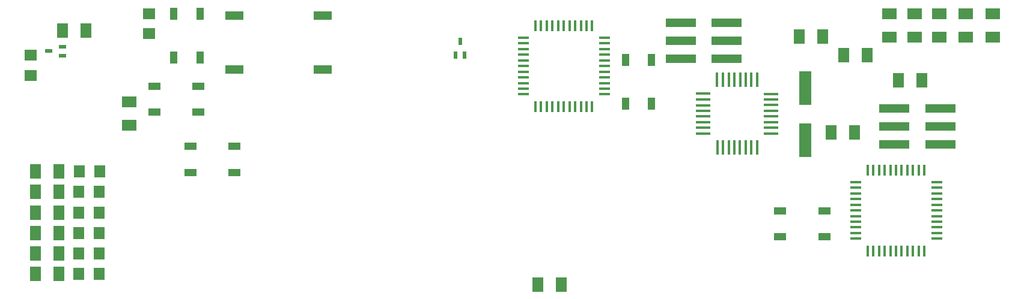
<source format=gbp>
G04 (created by PCBNEW (2013-may-18)-stable) date Fri Aug 12 12:01:44 2016*
%MOIN*%
G04 Gerber Fmt 3.4, Leading zero omitted, Abs format*
%FSLAX34Y34*%
G01*
G70*
G90*
G04 APERTURE LIST*
%ADD10C,0.00590551*%
%ADD11R,0.06X0.08*%
%ADD12R,0.08X0.06*%
%ADD13R,0.0629X0.0709*%
%ADD14R,0.0709X0.0629*%
%ADD15R,0.0708661X0.0433071*%
%ADD16R,0.0433071X0.0708661*%
%ADD17R,0.0394X0.0236*%
%ADD18R,0.0984252X0.0472441*%
%ADD19R,0.06X0.016*%
%ADD20R,0.016X0.06*%
%ADD21R,0.0177X0.0787*%
%ADD22R,0.0787X0.0177*%
%ADD23R,0.0236X0.0394*%
%ADD24R,0.166929X0.05*%
%ADD25R,0.0708661X0.188976*%
G04 APERTURE END LIST*
G54D10*
G54D11*
X56377Y-48562D03*
X57677Y-48562D03*
X54881Y-62106D03*
X56181Y-62106D03*
X54881Y-60964D03*
X56181Y-60964D03*
X54881Y-56397D03*
X56181Y-56397D03*
X54881Y-57539D03*
X56181Y-57539D03*
X54881Y-58681D03*
X56181Y-58681D03*
X54881Y-59822D03*
X56181Y-59822D03*
G54D12*
X60098Y-53819D03*
X60098Y-52519D03*
G54D13*
X58452Y-56397D03*
X57334Y-56397D03*
X58413Y-60964D03*
X57295Y-60964D03*
X58413Y-59822D03*
X57295Y-59822D03*
X58413Y-58681D03*
X57295Y-58681D03*
X58413Y-57539D03*
X57295Y-57539D03*
X58413Y-62106D03*
X57295Y-62106D03*
G54D14*
X54625Y-49933D03*
X54625Y-51051D03*
X61200Y-48728D03*
X61200Y-47610D03*
G54D15*
X63484Y-56448D03*
X65924Y-56448D03*
X63484Y-55008D03*
X65924Y-55008D03*
G54D16*
X64007Y-50058D03*
X64007Y-47618D03*
X62567Y-50058D03*
X62567Y-47618D03*
G54D17*
X56377Y-49960D03*
X56377Y-49448D03*
X55629Y-49704D03*
G54D11*
X84055Y-62696D03*
X82755Y-62696D03*
G54D15*
X61476Y-53101D03*
X63916Y-53101D03*
X61476Y-51661D03*
X63916Y-51661D03*
G54D18*
X65905Y-50732D03*
X70826Y-50732D03*
X65905Y-47732D03*
X70826Y-47732D03*
G54D19*
X104868Y-58562D03*
X104868Y-58877D03*
X104868Y-59192D03*
X104868Y-59507D03*
X104868Y-59822D03*
X104868Y-60137D03*
X104868Y-58247D03*
X104868Y-57932D03*
X104868Y-57617D03*
X104868Y-57302D03*
X104868Y-56987D03*
X100368Y-58562D03*
X100368Y-58877D03*
X100368Y-59192D03*
X100368Y-59507D03*
X100368Y-59822D03*
X100368Y-60137D03*
X100368Y-58247D03*
X100368Y-57932D03*
X100368Y-57617D03*
X100368Y-57302D03*
X100368Y-56987D03*
G54D20*
X102618Y-60812D03*
X102618Y-56312D03*
X102303Y-60812D03*
X102303Y-56312D03*
X101988Y-56312D03*
X101988Y-60812D03*
X101673Y-60812D03*
X101673Y-56312D03*
X101358Y-56312D03*
X101358Y-60812D03*
X101043Y-60812D03*
X101043Y-56312D03*
X102933Y-56312D03*
X102933Y-60812D03*
X103248Y-60812D03*
X103248Y-56312D03*
X103563Y-56312D03*
X103563Y-60812D03*
X103878Y-60812D03*
X103878Y-56312D03*
X104193Y-56312D03*
X104193Y-60812D03*
X84192Y-48281D03*
X84507Y-48281D03*
X84822Y-48281D03*
X85137Y-48281D03*
X85452Y-48281D03*
X85767Y-48281D03*
X83877Y-48281D03*
X83562Y-48281D03*
X83247Y-48281D03*
X82932Y-48281D03*
X82617Y-48281D03*
X84192Y-52781D03*
X84507Y-52781D03*
X84822Y-52781D03*
X85137Y-52781D03*
X85452Y-52781D03*
X85767Y-52781D03*
X83877Y-52781D03*
X83562Y-52781D03*
X83247Y-52781D03*
X82932Y-52781D03*
X82617Y-52781D03*
G54D19*
X86442Y-50531D03*
X81942Y-50531D03*
X86442Y-50846D03*
X81942Y-50846D03*
X81942Y-51161D03*
X86442Y-51161D03*
X86442Y-51476D03*
X81942Y-51476D03*
X81942Y-51791D03*
X86442Y-51791D03*
X86442Y-52106D03*
X81942Y-52106D03*
X81942Y-50216D03*
X86442Y-50216D03*
X86442Y-49901D03*
X81942Y-49901D03*
X81942Y-49586D03*
X86442Y-49586D03*
X86442Y-49271D03*
X81942Y-49271D03*
X81942Y-48956D03*
X86442Y-48956D03*
G54D21*
X92706Y-55065D03*
X93021Y-55065D03*
X93336Y-55065D03*
X93651Y-55065D03*
X93966Y-55065D03*
X94281Y-55065D03*
X94596Y-55065D03*
X94911Y-55065D03*
X94909Y-51299D03*
X92699Y-51299D03*
X93019Y-51299D03*
X93339Y-51299D03*
X93649Y-51299D03*
X93969Y-51299D03*
X94279Y-51299D03*
X94599Y-51299D03*
G54D22*
X95699Y-54281D03*
X95699Y-53967D03*
X95699Y-53651D03*
X95699Y-53337D03*
X95699Y-53021D03*
X95699Y-52707D03*
X95699Y-52391D03*
X95699Y-52077D03*
X91919Y-54279D03*
X91919Y-53969D03*
X91919Y-53649D03*
X91919Y-53339D03*
X91919Y-53029D03*
X91919Y-52709D03*
X91919Y-52389D03*
X91919Y-52069D03*
G54D15*
X96201Y-60031D03*
X98641Y-60031D03*
X96201Y-58591D03*
X98641Y-58591D03*
G54D16*
X87606Y-50177D03*
X87606Y-52617D03*
X89046Y-50177D03*
X89046Y-52617D03*
G54D23*
X78188Y-49921D03*
X78700Y-49921D03*
X78444Y-49173D03*
G54D11*
X99015Y-54232D03*
X100315Y-54232D03*
X98543Y-48877D03*
X97243Y-48877D03*
X99724Y-49940D03*
X101024Y-49940D03*
X104055Y-51318D03*
X102755Y-51318D03*
G54D12*
X107972Y-47637D03*
X107972Y-48937D03*
X102263Y-47637D03*
X102263Y-48937D03*
X103641Y-47637D03*
X103641Y-48937D03*
X106476Y-47637D03*
X106476Y-48937D03*
X105019Y-48937D03*
X105019Y-47637D03*
G54D24*
X90668Y-50114D03*
X93228Y-50114D03*
X90668Y-49114D03*
X93228Y-49114D03*
X90668Y-48114D03*
X93228Y-48114D03*
X102519Y-54877D03*
X105079Y-54877D03*
X102519Y-53877D03*
X105079Y-53877D03*
X102519Y-52877D03*
X105079Y-52877D03*
G54D25*
X97598Y-54668D03*
X97598Y-51748D03*
M02*

</source>
